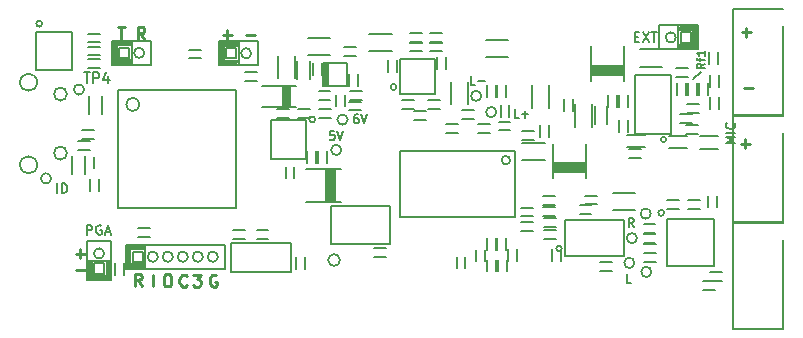
<source format=gto>
G04 (created by PCBNEW (2013-may-18)-stable) date Fri 15 May 2015 12:14:51 AM EDT*
%MOIN*%
G04 Gerber Fmt 3.4, Leading zero omitted, Abs format*
%FSLAX34Y34*%
G01*
G70*
G90*
G04 APERTURE LIST*
%ADD10C,0.00590551*%
%ADD11C,0.00787402*%
%ADD12C,0.00725*%
%ADD13C,0.00984252*%
%ADD14C,0.00669291*%
G04 APERTURE END LIST*
G54D10*
G54D11*
X82669Y-30196D02*
X82909Y-29956D01*
X61464Y-33993D02*
X61464Y-33678D01*
X61614Y-33993D02*
X61614Y-33678D01*
X61689Y-33678D01*
X61734Y-33693D01*
X61764Y-33723D01*
X61779Y-33753D01*
X61794Y-33813D01*
X61794Y-33858D01*
X61779Y-33918D01*
X61764Y-33948D01*
X61734Y-33978D01*
X61689Y-33993D01*
X61614Y-33993D01*
X62455Y-35379D02*
X62455Y-35064D01*
X62575Y-35064D01*
X62605Y-35079D01*
X62620Y-35094D01*
X62635Y-35124D01*
X62635Y-35169D01*
X62620Y-35199D01*
X62605Y-35214D01*
X62575Y-35229D01*
X62455Y-35229D01*
X62935Y-35079D02*
X62905Y-35064D01*
X62860Y-35064D01*
X62815Y-35079D01*
X62785Y-35109D01*
X62770Y-35139D01*
X62755Y-35199D01*
X62755Y-35244D01*
X62770Y-35304D01*
X62785Y-35334D01*
X62815Y-35364D01*
X62860Y-35379D01*
X62890Y-35379D01*
X62935Y-35364D01*
X62950Y-35349D01*
X62950Y-35244D01*
X62890Y-35244D01*
X63070Y-35289D02*
X63220Y-35289D01*
X63040Y-35379D02*
X63145Y-35064D01*
X63250Y-35379D01*
X84072Y-32341D02*
X83757Y-32341D01*
X83982Y-32236D01*
X83757Y-32131D01*
X84072Y-32131D01*
X84072Y-31981D02*
X83757Y-31981D01*
X84042Y-31651D02*
X84057Y-31666D01*
X84072Y-31711D01*
X84072Y-31741D01*
X84057Y-31786D01*
X84027Y-31816D01*
X83997Y-31831D01*
X83937Y-31846D01*
X83892Y-31846D01*
X83832Y-31831D01*
X83802Y-31816D01*
X83772Y-31786D01*
X83757Y-31741D01*
X83757Y-31711D01*
X83772Y-31666D01*
X83787Y-31651D01*
X80721Y-28781D02*
X80826Y-28781D01*
X80871Y-28946D02*
X80721Y-28946D01*
X80721Y-28631D01*
X80871Y-28631D01*
X80976Y-28631D02*
X81186Y-28946D01*
X81186Y-28631D02*
X80976Y-28946D01*
X81261Y-28631D02*
X81441Y-28631D01*
X81351Y-28946D02*
X81351Y-28631D01*
G54D12*
X71486Y-31378D02*
X71430Y-31378D01*
X71403Y-31392D01*
X71389Y-31406D01*
X71361Y-31447D01*
X71347Y-31502D01*
X71347Y-31613D01*
X71361Y-31640D01*
X71375Y-31654D01*
X71403Y-31668D01*
X71458Y-31668D01*
X71486Y-31654D01*
X71499Y-31640D01*
X71513Y-31613D01*
X71513Y-31544D01*
X71499Y-31516D01*
X71486Y-31502D01*
X71458Y-31489D01*
X71403Y-31489D01*
X71375Y-31502D01*
X71361Y-31516D01*
X71347Y-31544D01*
X71596Y-31378D02*
X71693Y-31668D01*
X71789Y-31378D01*
X70704Y-31937D02*
X70566Y-31937D01*
X70552Y-32075D01*
X70566Y-32061D01*
X70594Y-32048D01*
X70663Y-32048D01*
X70690Y-32061D01*
X70704Y-32075D01*
X70718Y-32103D01*
X70718Y-32172D01*
X70704Y-32199D01*
X70690Y-32213D01*
X70663Y-32227D01*
X70594Y-32227D01*
X70566Y-32213D01*
X70552Y-32199D01*
X70801Y-31937D02*
X70897Y-32227D01*
X70994Y-31937D01*
X80680Y-35117D02*
X80583Y-34979D01*
X80514Y-35117D02*
X80514Y-34827D01*
X80625Y-34827D01*
X80652Y-34841D01*
X80666Y-34855D01*
X80680Y-34882D01*
X80680Y-34924D01*
X80666Y-34951D01*
X80652Y-34965D01*
X80625Y-34979D01*
X80514Y-34979D01*
X80605Y-36999D02*
X80467Y-36999D01*
X80467Y-36709D01*
X75390Y-30385D02*
X75252Y-30385D01*
X75252Y-30095D01*
X75487Y-30274D02*
X75708Y-30274D01*
X76847Y-31479D02*
X76708Y-31479D01*
X76708Y-31189D01*
X76943Y-31369D02*
X77165Y-31369D01*
X77054Y-31479D02*
X77054Y-31258D01*
G54D13*
X62090Y-36564D02*
X62390Y-36564D01*
X62074Y-36021D02*
X62374Y-36021D01*
X62224Y-36171D02*
X62224Y-35871D01*
X66772Y-36741D02*
X66734Y-36722D01*
X66678Y-36722D01*
X66622Y-36741D01*
X66584Y-36778D01*
X66566Y-36816D01*
X66547Y-36891D01*
X66547Y-36947D01*
X66566Y-37022D01*
X66584Y-37059D01*
X66622Y-37097D01*
X66678Y-37116D01*
X66716Y-37116D01*
X66772Y-37097D01*
X66791Y-37078D01*
X66791Y-36947D01*
X66716Y-36947D01*
X66002Y-36722D02*
X66246Y-36722D01*
X66115Y-36872D01*
X66171Y-36872D01*
X66208Y-36891D01*
X66227Y-36909D01*
X66246Y-36947D01*
X66246Y-37041D01*
X66227Y-37078D01*
X66208Y-37097D01*
X66171Y-37116D01*
X66058Y-37116D01*
X66021Y-37097D01*
X66002Y-37078D01*
X65783Y-37078D02*
X65764Y-37097D01*
X65708Y-37116D01*
X65670Y-37116D01*
X65614Y-37097D01*
X65577Y-37059D01*
X65558Y-37022D01*
X65539Y-36947D01*
X65539Y-36891D01*
X65558Y-36816D01*
X65577Y-36778D01*
X65614Y-36741D01*
X65670Y-36722D01*
X65708Y-36722D01*
X65764Y-36741D01*
X65783Y-36759D01*
X65104Y-36710D02*
X65179Y-36710D01*
X65216Y-36729D01*
X65254Y-36766D01*
X65272Y-36841D01*
X65272Y-36973D01*
X65254Y-37047D01*
X65216Y-37085D01*
X65179Y-37104D01*
X65104Y-37104D01*
X65066Y-37085D01*
X65029Y-37047D01*
X65010Y-36973D01*
X65010Y-36841D01*
X65029Y-36766D01*
X65066Y-36729D01*
X65104Y-36710D01*
X64645Y-37108D02*
X64645Y-36714D01*
X64275Y-37084D02*
X64144Y-36897D01*
X64050Y-37084D02*
X64050Y-36690D01*
X64200Y-36690D01*
X64237Y-36709D01*
X64256Y-36728D01*
X64275Y-36765D01*
X64275Y-36822D01*
X64256Y-36859D01*
X64237Y-36878D01*
X64200Y-36897D01*
X64050Y-36897D01*
X84277Y-28639D02*
X84576Y-28639D01*
X84427Y-28789D02*
X84427Y-28489D01*
X84342Y-30509D02*
X84642Y-30509D01*
X84255Y-32352D02*
X84555Y-32352D01*
X84405Y-32502D02*
X84405Y-32203D01*
X66983Y-28721D02*
X67283Y-28721D01*
X67133Y-28871D02*
X67133Y-28571D01*
X67771Y-28721D02*
X68071Y-28721D01*
X63485Y-28458D02*
X63710Y-28458D01*
X63598Y-28852D02*
X63598Y-28458D01*
X64366Y-28852D02*
X64235Y-28664D01*
X64141Y-28852D02*
X64141Y-28458D01*
X64291Y-28458D01*
X64329Y-28477D01*
X64347Y-28496D01*
X64366Y-28533D01*
X64366Y-28589D01*
X64347Y-28627D01*
X64329Y-28646D01*
X64291Y-28664D01*
X64141Y-28664D01*
G54D10*
X76562Y-32902D02*
G75*
G03X76562Y-32902I-141J0D01*
G74*
G01*
X76715Y-34792D02*
X72896Y-34792D01*
X72896Y-34792D02*
X72896Y-32587D01*
X72896Y-32587D02*
X76715Y-32587D01*
X76715Y-32587D02*
X76715Y-34792D01*
X64203Y-31043D02*
G75*
G03X64203Y-31043I-220J0D01*
G74*
G01*
X63491Y-30551D02*
X67428Y-30551D01*
X67428Y-30551D02*
X67428Y-34488D01*
X67428Y-34488D02*
X63491Y-34488D01*
X63491Y-34488D02*
X63491Y-30551D01*
X63110Y-36260D02*
X63110Y-36760D01*
X62610Y-36760D02*
X62610Y-36260D01*
X62560Y-36260D02*
X62560Y-36760D01*
X62510Y-36760D02*
X62510Y-36260D01*
X63160Y-36260D02*
X63160Y-36760D01*
X63210Y-36760D02*
X63210Y-36310D01*
X62460Y-36760D02*
X63260Y-36760D01*
X63260Y-36860D02*
X62460Y-36860D01*
X62460Y-36260D02*
X63260Y-36260D01*
X62460Y-36810D02*
X63260Y-36810D01*
X62460Y-36910D02*
X62460Y-35610D01*
X62460Y-35610D02*
X63260Y-35610D01*
X63260Y-35610D02*
X63260Y-36910D01*
X63260Y-36910D02*
X62460Y-36910D01*
X63945Y-29575D02*
X63445Y-29575D01*
X63445Y-29075D02*
X63945Y-29075D01*
X63945Y-29025D02*
X63445Y-29025D01*
X63445Y-28975D02*
X63945Y-28975D01*
X63945Y-29625D02*
X63445Y-29625D01*
X63445Y-29675D02*
X63895Y-29675D01*
X63445Y-28925D02*
X63445Y-29725D01*
X63345Y-29725D02*
X63345Y-28925D01*
X63945Y-28925D02*
X63945Y-29725D01*
X63395Y-28925D02*
X63395Y-29725D01*
X63295Y-28925D02*
X64595Y-28925D01*
X64595Y-28925D02*
X64595Y-29725D01*
X64595Y-29725D02*
X63295Y-29725D01*
X63295Y-29725D02*
X63295Y-28925D01*
X82165Y-28561D02*
X82665Y-28561D01*
X82665Y-29061D02*
X82165Y-29061D01*
X82165Y-29111D02*
X82665Y-29111D01*
X82665Y-29161D02*
X82165Y-29161D01*
X82165Y-28511D02*
X82665Y-28511D01*
X82665Y-28461D02*
X82215Y-28461D01*
X82665Y-29211D02*
X82665Y-28411D01*
X82765Y-28411D02*
X82765Y-29211D01*
X82165Y-29211D02*
X82165Y-28411D01*
X82715Y-29211D02*
X82715Y-28411D01*
X82815Y-29211D02*
X81515Y-29211D01*
X81515Y-29211D02*
X81515Y-28411D01*
X81515Y-28411D02*
X82815Y-28411D01*
X82815Y-28411D02*
X82815Y-29211D01*
X67510Y-29590D02*
X67010Y-29590D01*
X67010Y-29090D02*
X67510Y-29090D01*
X67510Y-29040D02*
X67010Y-29040D01*
X67010Y-28990D02*
X67510Y-28990D01*
X67510Y-29640D02*
X67010Y-29640D01*
X67010Y-29690D02*
X67460Y-29690D01*
X67010Y-28940D02*
X67010Y-29740D01*
X66910Y-29740D02*
X66910Y-28940D01*
X67510Y-28940D02*
X67510Y-29740D01*
X66960Y-28940D02*
X66960Y-29740D01*
X66860Y-28940D02*
X68160Y-28940D01*
X68160Y-28940D02*
X68160Y-29740D01*
X68160Y-29740D02*
X66860Y-29740D01*
X66860Y-29740D02*
X66860Y-28940D01*
X64400Y-36370D02*
X63900Y-36370D01*
X63900Y-35870D02*
X64400Y-35870D01*
X64400Y-35820D02*
X63900Y-35820D01*
X63900Y-35770D02*
X64400Y-35770D01*
X64400Y-36420D02*
X63900Y-36420D01*
X63900Y-36470D02*
X64350Y-36470D01*
X63900Y-35720D02*
X63900Y-36520D01*
X63800Y-36520D02*
X63800Y-35720D01*
X64400Y-35720D02*
X64400Y-36520D01*
X63850Y-35720D02*
X63850Y-36520D01*
X63750Y-35720D02*
X67050Y-35720D01*
X67050Y-35720D02*
X67050Y-36520D01*
X67050Y-36520D02*
X63750Y-36520D01*
X63750Y-36520D02*
X63750Y-35720D01*
X81763Y-32212D02*
G75*
G03X81763Y-32212I-88J0D01*
G74*
G01*
X80730Y-32015D02*
X81911Y-32015D01*
X81911Y-32015D02*
X81911Y-30046D01*
X81911Y-30046D02*
X80730Y-30046D01*
X80730Y-30046D02*
X80730Y-32015D01*
X78277Y-35843D02*
G75*
G03X78277Y-35843I-88J0D01*
G74*
G01*
X78386Y-34898D02*
X78386Y-36079D01*
X78386Y-36079D02*
X80355Y-36079D01*
X80355Y-36079D02*
X80355Y-34898D01*
X80355Y-34898D02*
X78386Y-34898D01*
X72772Y-30461D02*
G75*
G03X72772Y-30461I-98J0D01*
G74*
G01*
X72890Y-29516D02*
X74071Y-29516D01*
X74071Y-29516D02*
X74071Y-30697D01*
X74071Y-30697D02*
X72890Y-30697D01*
X72890Y-30697D02*
X72890Y-29516D01*
X64156Y-35448D02*
X64549Y-35448D01*
X64156Y-35153D02*
X64549Y-35153D01*
X68117Y-29973D02*
X67724Y-29973D01*
X68117Y-30268D02*
X67724Y-30268D01*
X62851Y-33936D02*
X62851Y-33543D01*
X62556Y-33936D02*
X62556Y-33543D01*
X68503Y-35226D02*
X68110Y-35226D01*
X68503Y-35521D02*
X68110Y-35521D01*
X67334Y-35525D02*
X67728Y-35525D01*
X67334Y-35230D02*
X67728Y-35230D01*
X62697Y-33172D02*
X62697Y-32779D01*
X62402Y-33172D02*
X62402Y-32779D01*
X63395Y-36342D02*
X63395Y-36736D01*
X63690Y-36342D02*
X63690Y-36736D01*
X80484Y-31963D02*
X80484Y-31570D01*
X80189Y-31963D02*
X80189Y-31570D01*
X62497Y-29838D02*
X62890Y-29838D01*
X62497Y-29543D02*
X62890Y-29543D01*
X80929Y-32537D02*
X80536Y-32537D01*
X80929Y-32832D02*
X80536Y-32832D01*
X82619Y-31355D02*
X82226Y-31355D01*
X82619Y-31650D02*
X82226Y-31650D01*
X62494Y-29409D02*
X62887Y-29409D01*
X62494Y-29114D02*
X62887Y-29114D01*
X74293Y-28980D02*
X73900Y-28980D01*
X74293Y-29276D02*
X73900Y-29276D01*
X76240Y-31057D02*
X76240Y-31450D01*
X76535Y-31057D02*
X76535Y-31450D01*
X76568Y-31614D02*
X76175Y-31614D01*
X76568Y-31909D02*
X76175Y-31909D01*
X77562Y-31730D02*
X77562Y-32124D01*
X77858Y-31730D02*
X77858Y-32124D01*
X73348Y-30896D02*
X72955Y-30896D01*
X73348Y-31191D02*
X72955Y-31191D01*
X73746Y-31254D02*
X73353Y-31254D01*
X73746Y-31549D02*
X73353Y-31549D01*
X82785Y-30730D02*
X82785Y-30337D01*
X82490Y-30730D02*
X82490Y-30337D01*
X82118Y-30340D02*
X82118Y-30733D01*
X82413Y-30340D02*
X82413Y-30733D01*
X72482Y-29552D02*
X72482Y-29946D01*
X72777Y-29552D02*
X72777Y-29946D01*
X82468Y-31334D02*
X82861Y-31334D01*
X82468Y-31039D02*
X82861Y-31039D01*
X78350Y-30855D02*
X78350Y-31248D01*
X78645Y-30855D02*
X78645Y-31248D01*
X74418Y-31989D02*
X74811Y-31989D01*
X74418Y-31694D02*
X74811Y-31694D01*
X83147Y-30730D02*
X83147Y-30337D01*
X82852Y-30730D02*
X82852Y-30337D01*
X82476Y-29832D02*
X82082Y-29832D01*
X82476Y-30127D02*
X82082Y-30127D01*
X73606Y-28655D02*
X73213Y-28655D01*
X73606Y-28950D02*
X73213Y-28950D01*
X74293Y-28655D02*
X73900Y-28655D01*
X74293Y-28950D02*
X73900Y-28950D01*
X75894Y-31704D02*
X75501Y-31704D01*
X75894Y-31999D02*
X75501Y-31999D01*
X76132Y-30397D02*
X76132Y-30790D01*
X76427Y-30397D02*
X76427Y-30790D01*
X75784Y-30399D02*
X75784Y-30792D01*
X76079Y-30399D02*
X76079Y-30792D01*
X73609Y-28980D02*
X73216Y-28980D01*
X73609Y-29276D02*
X73216Y-29276D01*
X75068Y-36512D02*
X75068Y-36119D01*
X74773Y-36512D02*
X74773Y-36119D01*
X75342Y-31240D02*
X74949Y-31240D01*
X75342Y-31535D02*
X74949Y-31535D01*
X77358Y-31933D02*
X76965Y-31933D01*
X77358Y-32228D02*
X76965Y-32228D01*
X80134Y-31114D02*
X80134Y-30721D01*
X79839Y-31114D02*
X79839Y-30721D01*
X79047Y-34375D02*
X79440Y-34375D01*
X79047Y-34080D02*
X79440Y-34080D01*
X77685Y-35135D02*
X78078Y-35135D01*
X77685Y-34840D02*
X78078Y-34840D01*
X76925Y-35263D02*
X77318Y-35263D01*
X76925Y-34968D02*
X77318Y-34968D01*
X77689Y-35517D02*
X78082Y-35517D01*
X77689Y-35222D02*
X78082Y-35222D01*
X79270Y-34386D02*
X78877Y-34386D01*
X79270Y-34681D02*
X78877Y-34681D01*
X76146Y-36213D02*
X76146Y-36606D01*
X76441Y-36213D02*
X76441Y-36606D01*
X76112Y-35489D02*
X76112Y-35882D01*
X76407Y-35489D02*
X76407Y-35882D01*
X76484Y-35869D02*
X76484Y-36262D01*
X76779Y-35869D02*
X76779Y-36262D01*
X77950Y-35863D02*
X77950Y-36256D01*
X78245Y-35863D02*
X78245Y-36256D01*
X75788Y-36217D02*
X75788Y-36610D01*
X76083Y-36217D02*
X76083Y-36610D01*
X75786Y-35495D02*
X75786Y-35888D01*
X76081Y-35495D02*
X76081Y-35888D01*
X69892Y-31205D02*
X69499Y-31205D01*
X69892Y-31500D02*
X69499Y-31500D01*
X79963Y-36296D02*
X79570Y-36296D01*
X79963Y-36591D02*
X79570Y-36591D01*
X82980Y-37226D02*
X83374Y-37226D01*
X82980Y-36931D02*
X83374Y-36931D01*
X83236Y-36923D02*
X83629Y-36923D01*
X83236Y-36627D02*
X83629Y-36627D01*
X81011Y-35313D02*
X81404Y-35313D01*
X81011Y-35018D02*
X81404Y-35018D01*
X81007Y-35659D02*
X81400Y-35659D01*
X81007Y-35364D02*
X81400Y-35364D01*
X81017Y-35993D02*
X81410Y-35993D01*
X81017Y-35698D02*
X81410Y-35698D01*
X81021Y-36293D02*
X81414Y-36293D01*
X81021Y-35998D02*
X81414Y-35998D01*
X82493Y-34529D02*
X82886Y-34529D01*
X82493Y-34234D02*
X82886Y-34234D01*
X82176Y-34234D02*
X81783Y-34234D01*
X82176Y-34529D02*
X81783Y-34529D01*
X82813Y-31718D02*
X82420Y-31718D01*
X82813Y-32013D02*
X82420Y-32013D01*
X75419Y-35884D02*
X75419Y-36277D01*
X75714Y-35884D02*
X75714Y-36277D01*
X69411Y-36125D02*
X69411Y-36519D01*
X69706Y-36125D02*
X69706Y-36519D01*
X83216Y-30805D02*
X83216Y-31198D01*
X83511Y-30805D02*
X83511Y-31198D01*
X74126Y-29464D02*
X74126Y-29857D01*
X74421Y-29464D02*
X74421Y-29857D01*
X70275Y-30062D02*
X70275Y-29669D01*
X69980Y-30062D02*
X69980Y-29669D01*
X74224Y-30890D02*
X73831Y-30890D01*
X74224Y-31185D02*
X73831Y-31185D01*
X70073Y-32988D02*
X70073Y-32594D01*
X69777Y-32988D02*
X69777Y-32594D01*
X70451Y-32992D02*
X70451Y-32599D01*
X70155Y-32992D02*
X70155Y-32599D01*
X69077Y-33118D02*
X69077Y-33511D01*
X69372Y-33118D02*
X69372Y-33511D01*
X62155Y-32552D02*
X62548Y-32552D01*
X62155Y-32256D02*
X62548Y-32256D01*
X62293Y-32197D02*
X62686Y-32197D01*
X62293Y-31902D02*
X62686Y-31902D01*
X77657Y-34385D02*
X78050Y-34385D01*
X77657Y-34090D02*
X78050Y-34090D01*
X71421Y-29119D02*
X71028Y-29119D01*
X71421Y-29414D02*
X71028Y-29414D01*
X70764Y-30715D02*
X70764Y-31108D01*
X71059Y-30715D02*
X71059Y-31108D01*
X71614Y-30586D02*
X71221Y-30586D01*
X71614Y-30881D02*
X71221Y-30881D01*
X71198Y-30037D02*
X71198Y-30430D01*
X71493Y-30037D02*
X71493Y-30430D01*
X70175Y-30883D02*
X70568Y-30883D01*
X70175Y-30588D02*
X70568Y-30588D01*
X70196Y-31503D02*
X70590Y-31503D01*
X70196Y-31208D02*
X70590Y-31208D01*
X71586Y-30950D02*
X71193Y-30950D01*
X71586Y-31245D02*
X71193Y-31245D01*
X69174Y-31206D02*
X68781Y-31206D01*
X69174Y-31501D02*
X68781Y-31501D01*
X66248Y-29217D02*
X65855Y-29217D01*
X66248Y-29512D02*
X65855Y-29512D01*
X77671Y-34769D02*
X78064Y-34769D01*
X77671Y-34474D02*
X78064Y-34474D01*
X76929Y-34777D02*
X77322Y-34777D01*
X76929Y-34482D02*
X77322Y-34482D01*
X83202Y-29287D02*
X83202Y-29681D01*
X83498Y-29287D02*
X83498Y-29681D01*
X62381Y-33349D02*
X62381Y-32758D01*
X61968Y-33349D02*
X61968Y-32758D01*
X69884Y-30193D02*
X69884Y-29602D01*
X69471Y-30193D02*
X69471Y-29602D01*
X62527Y-30770D02*
X62527Y-31361D01*
X62940Y-30770D02*
X62940Y-31361D01*
X79974Y-33986D02*
X80722Y-33986D01*
X79974Y-34557D02*
X80722Y-34557D01*
X70568Y-29401D02*
X69820Y-29401D01*
X70568Y-28830D02*
X69820Y-28830D01*
X72612Y-29267D02*
X71864Y-29267D01*
X72612Y-28696D02*
X71864Y-28696D01*
X68816Y-30164D02*
X68816Y-29416D01*
X69387Y-30164D02*
X69387Y-29416D01*
X77719Y-32910D02*
X76971Y-32910D01*
X77719Y-32339D02*
X76971Y-32339D01*
X81627Y-29781D02*
X80879Y-29781D01*
X81627Y-29210D02*
X80879Y-29210D01*
X76503Y-29461D02*
X75755Y-29461D01*
X76503Y-28890D02*
X75755Y-28890D01*
X78723Y-31787D02*
X78723Y-31039D01*
X79294Y-31787D02*
X79294Y-31039D01*
X74582Y-31027D02*
X74582Y-30279D01*
X75153Y-31027D02*
X75153Y-30279D01*
X69020Y-31126D02*
X69020Y-30446D01*
X69020Y-30446D02*
X68980Y-30446D01*
X68980Y-30446D02*
X68980Y-31126D01*
X69210Y-31126D02*
X69210Y-30446D01*
X69210Y-30446D02*
X69170Y-30446D01*
X69170Y-30446D02*
X69170Y-31126D01*
X69170Y-31126D02*
X69120Y-31126D01*
X69120Y-31126D02*
X69120Y-30446D01*
X69120Y-30446D02*
X69070Y-30446D01*
X69070Y-30446D02*
X69070Y-31126D01*
X69070Y-31126D02*
X69010Y-31126D01*
X69420Y-31130D02*
X68279Y-31130D01*
X69420Y-30441D02*
X68279Y-30441D01*
X79260Y-29850D02*
X80330Y-29850D01*
X80330Y-29850D02*
X80330Y-29800D01*
X80330Y-29800D02*
X79260Y-29800D01*
X79260Y-29800D02*
X79260Y-29750D01*
X79260Y-29750D02*
X80330Y-29750D01*
X79260Y-29900D02*
X80340Y-29900D01*
X80340Y-29900D02*
X80340Y-29950D01*
X80340Y-29950D02*
X79260Y-29950D01*
X79260Y-29950D02*
X79260Y-30000D01*
X79260Y-30000D02*
X80340Y-30000D01*
X80340Y-30000D02*
X80340Y-30050D01*
X80340Y-30050D02*
X79260Y-30050D01*
X79258Y-30250D02*
X79258Y-29109D01*
X80341Y-30250D02*
X80341Y-29109D01*
X70506Y-34287D02*
X70506Y-33217D01*
X70506Y-33217D02*
X70456Y-33217D01*
X70456Y-33217D02*
X70456Y-34287D01*
X70456Y-34287D02*
X70406Y-34287D01*
X70406Y-34287D02*
X70406Y-33217D01*
X70556Y-34287D02*
X70556Y-33207D01*
X70556Y-33207D02*
X70606Y-33207D01*
X70606Y-33207D02*
X70606Y-34287D01*
X70606Y-34287D02*
X70656Y-34287D01*
X70656Y-34287D02*
X70656Y-33207D01*
X70656Y-33207D02*
X70706Y-33207D01*
X70706Y-33207D02*
X70706Y-34287D01*
X70906Y-34288D02*
X69765Y-34288D01*
X70906Y-33205D02*
X69765Y-33205D01*
X78000Y-33110D02*
X79070Y-33110D01*
X79070Y-33110D02*
X79070Y-33060D01*
X79070Y-33060D02*
X78000Y-33060D01*
X78000Y-33060D02*
X78000Y-33010D01*
X78000Y-33010D02*
X79070Y-33010D01*
X78000Y-33160D02*
X79080Y-33160D01*
X79080Y-33160D02*
X79080Y-33210D01*
X79080Y-33210D02*
X78000Y-33210D01*
X78000Y-33210D02*
X78000Y-33260D01*
X78000Y-33260D02*
X79080Y-33260D01*
X79080Y-33260D02*
X79080Y-33310D01*
X79080Y-33310D02*
X78000Y-33310D01*
X77998Y-33510D02*
X77998Y-32369D01*
X79081Y-33510D02*
X79081Y-32369D01*
X70059Y-31544D02*
G75*
G03X70059Y-31544I-98J0D01*
G74*
G01*
X69744Y-32863D02*
X68603Y-32863D01*
X68603Y-32863D02*
X68603Y-31564D01*
X68603Y-31564D02*
X69744Y-31564D01*
X69744Y-31564D02*
X69744Y-32863D01*
X81792Y-34854D02*
X83367Y-34854D01*
X83367Y-34854D02*
X83367Y-36429D01*
X83367Y-36429D02*
X81792Y-36429D01*
X81792Y-36429D02*
X81792Y-34854D01*
X81694Y-34657D02*
G75*
G03X81694Y-34657I-98J0D01*
G74*
G01*
X69240Y-36641D02*
X67271Y-36641D01*
X67271Y-36641D02*
X67271Y-35657D01*
X67271Y-35657D02*
X69240Y-35657D01*
X69240Y-35657D02*
X69240Y-36641D01*
X77279Y-31159D02*
X77279Y-30411D01*
X77850Y-31159D02*
X77850Y-30411D01*
X80486Y-31114D02*
X80486Y-30721D01*
X80191Y-31114D02*
X80191Y-30721D01*
X70381Y-29643D02*
X70381Y-30435D01*
X70381Y-30435D02*
X70435Y-30430D01*
X70435Y-30430D02*
X70440Y-29653D01*
X70440Y-29653D02*
X70484Y-29653D01*
X70484Y-29653D02*
X70484Y-30416D01*
X70332Y-29648D02*
X71119Y-29648D01*
X71119Y-29648D02*
X71119Y-30435D01*
X71119Y-30435D02*
X70332Y-30435D01*
X70332Y-30435D02*
X70332Y-29648D01*
X79389Y-31099D02*
X79389Y-31690D01*
X79802Y-31099D02*
X79802Y-31690D01*
X83480Y-32112D02*
X82889Y-32112D01*
X83480Y-32525D02*
X82889Y-32525D01*
X80458Y-32477D02*
X81049Y-32477D01*
X80458Y-32064D02*
X81049Y-32064D01*
X82449Y-32086D02*
X81858Y-32086D01*
X82449Y-32499D02*
X81858Y-32499D01*
X62494Y-28974D02*
X62887Y-28974D01*
X62494Y-28679D02*
X62887Y-28679D01*
X60762Y-28629D02*
X61943Y-28629D01*
X61943Y-28629D02*
X61943Y-29888D01*
X61943Y-29888D02*
X60762Y-29888D01*
X60762Y-29888D02*
X60762Y-28629D01*
X60959Y-28353D02*
G75*
G03X60959Y-28353I-98J0D01*
G74*
G01*
X83529Y-30460D02*
X83529Y-30066D01*
X83234Y-30460D02*
X83234Y-30066D01*
X70574Y-35681D02*
X72543Y-35681D01*
X72543Y-35681D02*
X72543Y-34421D01*
X72543Y-34421D02*
X70574Y-34421D01*
X70574Y-34421D02*
X70574Y-35681D01*
X70889Y-36232D02*
G75*
G03X70889Y-36232I-196J0D01*
G74*
G01*
X72421Y-35828D02*
X72027Y-35828D01*
X72421Y-36124D02*
X72027Y-36124D01*
X83159Y-34082D02*
X83159Y-34476D01*
X83454Y-34082D02*
X83454Y-34476D01*
X85653Y-34988D02*
X84000Y-34988D01*
X84000Y-34988D02*
X84000Y-38531D01*
X84000Y-38531D02*
X85653Y-38531D01*
X85653Y-38531D02*
X85653Y-37960D01*
X85653Y-37960D02*
X85653Y-35559D01*
X85653Y-31417D02*
X84000Y-31417D01*
X84000Y-31417D02*
X84000Y-34960D01*
X84000Y-34960D02*
X85653Y-34960D01*
X85653Y-34960D02*
X85653Y-34389D01*
X85653Y-34389D02*
X85653Y-31988D01*
X85653Y-27866D02*
X84000Y-27866D01*
X84000Y-27866D02*
X84000Y-31409D01*
X84000Y-31409D02*
X85653Y-31409D01*
X85653Y-31409D02*
X85653Y-30838D01*
X85653Y-30838D02*
X85653Y-28437D01*
X61787Y-32666D02*
G75*
G03X61787Y-32666I-216J0D01*
G74*
G01*
X60793Y-33060D02*
G75*
G03X60793Y-33060I-285J0D01*
G74*
G01*
X60793Y-30304D02*
G75*
G03X60793Y-30304I-285J0D01*
G74*
G01*
X61787Y-30698D02*
G75*
G03X61787Y-30698I-216J0D01*
G74*
G01*
X63030Y-36010D02*
G75*
G03X63030Y-36010I-170J0D01*
G74*
G01*
X62689Y-36339D02*
X62689Y-36680D01*
X63030Y-36680D01*
X63030Y-36339D01*
X62689Y-36339D01*
X64365Y-29325D02*
G75*
G03X64365Y-29325I-170J0D01*
G74*
G01*
X63524Y-29154D02*
X63524Y-29495D01*
X63865Y-29495D01*
X63865Y-29154D01*
X63524Y-29154D01*
X82085Y-28811D02*
G75*
G03X82085Y-28811I-170J0D01*
G74*
G01*
X82244Y-28640D02*
X82244Y-28981D01*
X82585Y-28981D01*
X82585Y-28640D01*
X82244Y-28640D01*
X67930Y-29340D02*
G75*
G03X67930Y-29340I-170J0D01*
G74*
G01*
X67089Y-29169D02*
X67089Y-29510D01*
X67430Y-29510D01*
X67430Y-29169D01*
X67089Y-29169D01*
X66820Y-36120D02*
G75*
G03X66820Y-36120I-170J0D01*
G74*
G01*
X66320Y-36120D02*
G75*
G03X66320Y-36120I-170J0D01*
G74*
G01*
X65320Y-36120D02*
G75*
G03X65320Y-36120I-170J0D01*
G74*
G01*
X65820Y-36120D02*
G75*
G03X65820Y-36120I-170J0D01*
G74*
G01*
X64820Y-36120D02*
G75*
G03X64820Y-36120I-170J0D01*
G74*
G01*
X63979Y-35949D02*
X63979Y-36290D01*
X64320Y-36290D01*
X64320Y-35949D01*
X63979Y-35949D01*
X76098Y-31298D02*
G75*
G03X76098Y-31298I-170J0D01*
G74*
G01*
X75596Y-30759D02*
G75*
G03X75596Y-30759I-170J0D01*
G74*
G01*
X62355Y-30547D02*
G75*
G03X62355Y-30547I-170J0D01*
G74*
G01*
X61259Y-33509D02*
G75*
G03X61259Y-33509I-170J0D01*
G74*
G01*
X81251Y-34682D02*
G75*
G03X81251Y-34682I-170J0D01*
G74*
G01*
X80788Y-35501D02*
G75*
G03X80788Y-35501I-170J0D01*
G74*
G01*
X80705Y-36323D02*
G75*
G03X80705Y-36323I-170J0D01*
G74*
G01*
X81272Y-36624D02*
G75*
G03X81272Y-36624I-170J0D01*
G74*
G01*
X70934Y-32559D02*
G75*
G03X70934Y-32559I-170J0D01*
G74*
G01*
X71142Y-31551D02*
G75*
G03X71142Y-31551I-170J0D01*
G74*
G01*
G54D14*
X83060Y-29683D02*
X82929Y-29775D01*
X83060Y-29841D02*
X82784Y-29841D01*
X82784Y-29736D01*
X82797Y-29709D01*
X82811Y-29696D01*
X82837Y-29683D01*
X82876Y-29683D01*
X82902Y-29696D01*
X82916Y-29709D01*
X82929Y-29736D01*
X82929Y-29841D01*
X82876Y-29604D02*
X82876Y-29500D01*
X83060Y-29565D02*
X82824Y-29565D01*
X82797Y-29552D01*
X82784Y-29526D01*
X82784Y-29500D01*
X83060Y-29263D02*
X83060Y-29421D01*
X83060Y-29342D02*
X82784Y-29342D01*
X82824Y-29368D01*
X82850Y-29395D01*
X82863Y-29421D01*
X62344Y-29978D02*
X62546Y-29978D01*
X62445Y-30332D02*
X62445Y-29978D01*
X62664Y-30332D02*
X62664Y-29978D01*
X62799Y-29978D01*
X62833Y-29994D01*
X62850Y-30011D01*
X62867Y-30045D01*
X62867Y-30096D01*
X62850Y-30129D01*
X62833Y-30146D01*
X62799Y-30163D01*
X62664Y-30163D01*
X63170Y-30096D02*
X63170Y-30332D01*
X63086Y-29961D02*
X63002Y-30214D01*
X63221Y-30214D01*
M02*

</source>
